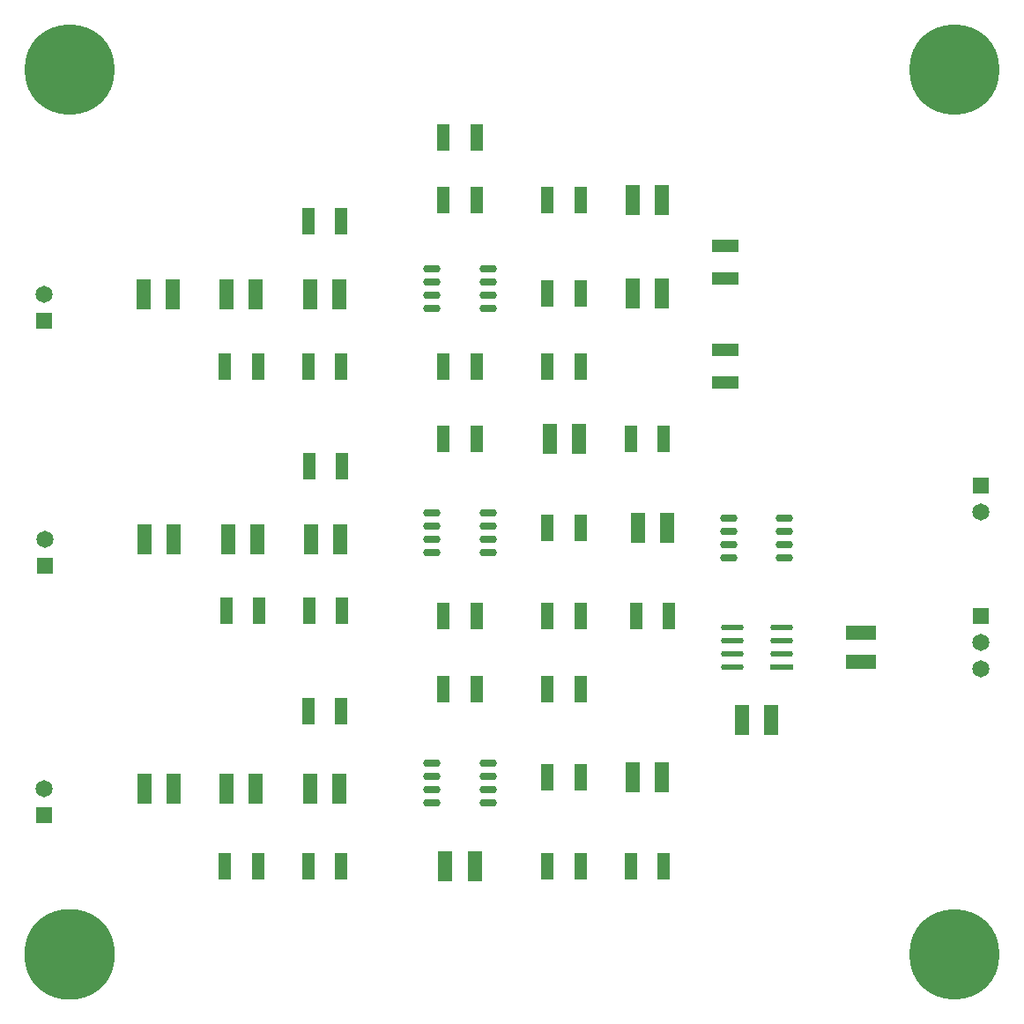
<source format=gts>
G04*
G04 #@! TF.GenerationSoftware,Altium Limited,Altium Designer,21.0.9 (235)*
G04*
G04 Layer_Color=8388736*
%FSLAX25Y25*%
%MOIN*%
G70*
G04*
G04 #@! TF.SameCoordinates,D8BD6BA4-3444-481E-B6E4-69F3699672C9*
G04*
G04*
G04 #@! TF.FilePolarity,Negative*
G04*
G01*
G75*
%ADD19R,0.08540X0.02292*%
G04:AMPARAMS|DCode=20|XSize=85.4mil|YSize=22.92mil|CornerRadius=11.46mil|HoleSize=0mil|Usage=FLASHONLY|Rotation=180.000|XOffset=0mil|YOffset=0mil|HoleType=Round|Shape=RoundedRectangle|*
%AMROUNDEDRECTD20*
21,1,0.08540,0.00000,0,0,180.0*
21,1,0.06248,0.02292,0,0,180.0*
1,1,0.02292,-0.03124,0.00000*
1,1,0.02292,0.03124,0.00000*
1,1,0.02292,0.03124,0.00000*
1,1,0.02292,-0.03124,0.00000*
%
%ADD20ROUNDEDRECTD20*%
%ADD21O,0.06693X0.02953*%
%ADD22R,0.10433X0.05118*%
%ADD23R,0.05709X0.11221*%
%ADD24R,0.05118X0.10433*%
%ADD25R,0.11221X0.05709*%
%ADD26C,0.34055*%
%ADD27C,0.34265*%
%ADD28C,0.06496*%
%ADD29R,0.06496X0.06496*%
D19*
X416786Y216910D02*
D03*
D20*
Y221909D02*
D03*
Y226909D02*
D03*
Y231909D02*
D03*
X398175D02*
D03*
Y226909D02*
D03*
Y221909D02*
D03*
Y216910D02*
D03*
D21*
X284646Y275217D02*
D03*
Y270216D02*
D03*
Y265216D02*
D03*
Y260216D02*
D03*
X305906Y275217D02*
D03*
Y270216D02*
D03*
Y265216D02*
D03*
Y260216D02*
D03*
X284646Y180728D02*
D03*
Y175728D02*
D03*
Y170728D02*
D03*
Y165728D02*
D03*
X305906Y180728D02*
D03*
Y175728D02*
D03*
Y170728D02*
D03*
Y165728D02*
D03*
X418110Y258248D02*
D03*
Y263248D02*
D03*
Y268248D02*
D03*
Y273248D02*
D03*
X396850Y258248D02*
D03*
Y263248D02*
D03*
Y268248D02*
D03*
Y273248D02*
D03*
X284646Y367736D02*
D03*
Y362736D02*
D03*
Y357736D02*
D03*
Y352736D02*
D03*
X305906Y367736D02*
D03*
Y362736D02*
D03*
Y357736D02*
D03*
Y352736D02*
D03*
D22*
X395669Y376279D02*
D03*
Y363878D02*
D03*
Y336910D02*
D03*
Y324508D02*
D03*
D23*
X329134Y303150D02*
D03*
X340158D02*
D03*
X360630Y393701D02*
D03*
X371654D02*
D03*
X360630Y175197D02*
D03*
X371654D02*
D03*
X249606Y170866D02*
D03*
X238583D02*
D03*
X218110D02*
D03*
X207087D02*
D03*
X187008Y170866D02*
D03*
X175984D02*
D03*
X289764Y141732D02*
D03*
X300787D02*
D03*
X362598Y269685D02*
D03*
X373622D02*
D03*
X218504Y265354D02*
D03*
X207480D02*
D03*
X187008D02*
D03*
X175984D02*
D03*
X250000D02*
D03*
X238976D02*
D03*
X401968Y196850D02*
D03*
X412992D02*
D03*
X186614Y357874D02*
D03*
X175591D02*
D03*
X249606D02*
D03*
X238583D02*
D03*
X218110D02*
D03*
X207087D02*
D03*
X360630Y358268D02*
D03*
X371654D02*
D03*
D24*
X374311Y236221D02*
D03*
X361910D02*
D03*
X340846Y269685D02*
D03*
X328445D02*
D03*
X340846Y236221D02*
D03*
X328445D02*
D03*
X372342Y303150D02*
D03*
X359941D02*
D03*
X328445Y208661D02*
D03*
X340846D02*
D03*
X250295Y200394D02*
D03*
X237894D02*
D03*
Y141732D02*
D03*
X250295D02*
D03*
X218799D02*
D03*
X206398D02*
D03*
X328445Y175197D02*
D03*
X340846D02*
D03*
X359941Y141732D02*
D03*
X372342D02*
D03*
X340846D02*
D03*
X328445D02*
D03*
Y358268D02*
D03*
X340846D02*
D03*
X301476Y208661D02*
D03*
X289075D02*
D03*
Y236221D02*
D03*
X301476D02*
D03*
X218799Y330709D02*
D03*
X206398D02*
D03*
X237894D02*
D03*
X250295D02*
D03*
X289075D02*
D03*
X301476D02*
D03*
X340846Y393701D02*
D03*
X328445D02*
D03*
X301476Y303150D02*
D03*
X289075D02*
D03*
X340846Y330709D02*
D03*
X328445D02*
D03*
X250689Y292913D02*
D03*
X238287D02*
D03*
X219193Y238189D02*
D03*
X206791D02*
D03*
X238287D02*
D03*
X250689D02*
D03*
X289075Y417323D02*
D03*
X301476D02*
D03*
X250295Y385433D02*
D03*
X237894D02*
D03*
X301476Y393701D02*
D03*
X289075D02*
D03*
D25*
X446850Y218898D02*
D03*
Y229921D02*
D03*
D26*
X482283Y442913D02*
D03*
X147638D02*
D03*
X482283Y108268D02*
D03*
D27*
X147638D02*
D03*
D28*
X137795Y171024D02*
D03*
X492126Y275433D02*
D03*
X138189Y265354D02*
D03*
X137795Y357874D02*
D03*
X492126Y216378D02*
D03*
Y226378D02*
D03*
D29*
X137795Y161024D02*
D03*
X492126Y285433D02*
D03*
X138189Y255354D02*
D03*
X137795Y347874D02*
D03*
X492126Y236378D02*
D03*
M02*

</source>
